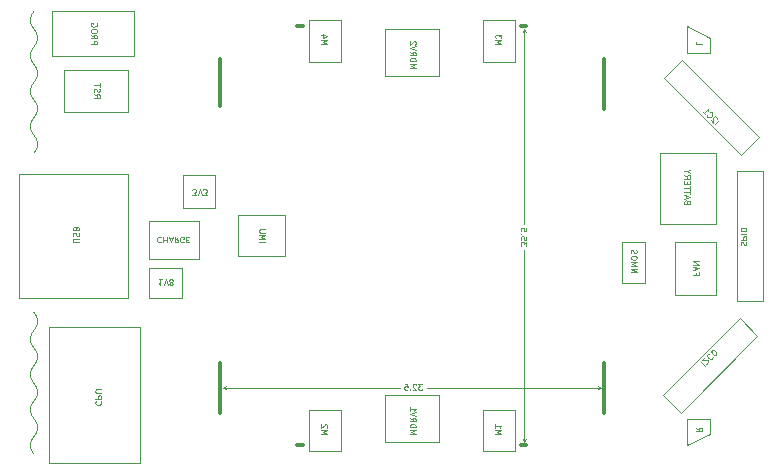
<source format=gbr>
%TF.GenerationSoftware,KiCad,Pcbnew,9.0.3*%
%TF.CreationDate,2025-07-23T20:32:43-05:00*%
%TF.ProjectId,MouseWB5,4d6f7573-6557-4423-952e-6b696361645f,rev?*%
%TF.SameCoordinates,Original*%
%TF.FileFunction,Legend,Bot*%
%TF.FilePolarity,Positive*%
%FSLAX46Y46*%
G04 Gerber Fmt 4.6, Leading zero omitted, Abs format (unit mm)*
G04 Created by KiCad (PCBNEW 9.0.3) date 2025-07-23 20:32:43*
%MOMM*%
%LPD*%
G01*
G04 APERTURE LIST*
%ADD10C,0.100000*%
%ADD11C,0.300000*%
%ADD12C,0.125000*%
G04 APERTURE END LIST*
D10*
X117500000Y-132875000D02*
X117750000Y-132750000D01*
X132500000Y-132875000D02*
X117500000Y-132875000D01*
X101500000Y-129500000D02*
G75*
G02*
X101500000Y-128000000I750000J750000D01*
G01*
X101500000Y-135500000D02*
G75*
G02*
X101500000Y-137000000I-750000J-750000D01*
G01*
X149500000Y-132875000D02*
X134750000Y-132875000D01*
X102750000Y-127750000D02*
X110500000Y-127750000D01*
X110500000Y-139250000D01*
X102750000Y-139250000D01*
X102750000Y-127750000D01*
D11*
X143125000Y-137750000D02*
X142750000Y-137750000D01*
D10*
X161000000Y-114500000D02*
X163250000Y-114500000D01*
X163250000Y-125500000D01*
X161000000Y-125500000D01*
X161000000Y-114500000D01*
D11*
X143187500Y-102250000D02*
X142750000Y-102250000D01*
X124250000Y-102250000D02*
X123750000Y-102250000D01*
D10*
X101500000Y-126500000D02*
G75*
G02*
X101500000Y-128000000I-750000J-750000D01*
G01*
X114112500Y-114875000D02*
X116862500Y-114875000D01*
X116862500Y-117625000D01*
X114112500Y-117625000D01*
X114112500Y-114875000D01*
X100250000Y-114750000D02*
X109500000Y-114750000D01*
X109500000Y-125250000D01*
X100250000Y-125250000D01*
X100250000Y-114750000D01*
X101500000Y-111500000D02*
G75*
G02*
X101500000Y-113000000I-750000J-750000D01*
G01*
X101500000Y-105500000D02*
G75*
G02*
X101500000Y-107000000I-750000J-750000D01*
G01*
X143000000Y-129500000D02*
X143000000Y-121250000D01*
X101500000Y-102500000D02*
G75*
G02*
X101500000Y-101000000I750000J750000D01*
G01*
D11*
X124250000Y-137750000D02*
X123750000Y-137750000D01*
D10*
X101500000Y-105500000D02*
G75*
G02*
X101500000Y-104000000I750000J750000D01*
G01*
D11*
X117250000Y-135000000D02*
X117250000Y-130750000D01*
D10*
X101500000Y-111500000D02*
G75*
G02*
X101500000Y-110000000I750000J750000D01*
G01*
X101500000Y-138500000D02*
G75*
G02*
X101500000Y-137000000I750000J750000D01*
G01*
X143125000Y-137250000D02*
X143000000Y-137500000D01*
X131250000Y-133500000D02*
X135750000Y-133500000D01*
X135750000Y-137500000D01*
X131250000Y-137500000D01*
X131250000Y-133500000D01*
X139500000Y-134750000D02*
X142250000Y-134750000D01*
X142250000Y-138250000D01*
X139500000Y-138250000D01*
X139500000Y-134750000D01*
D11*
X117250000Y-105000000D02*
X117250000Y-109000000D01*
D10*
X104000000Y-106000000D02*
X109500000Y-106000000D01*
X109500000Y-109500000D01*
X104000000Y-109500000D01*
X104000000Y-106000000D01*
X143000000Y-137500000D02*
X142875000Y-137250000D01*
X118750000Y-118250000D02*
X122750000Y-118250000D01*
X122750000Y-121750000D01*
X118750000Y-121750000D01*
X118750000Y-118250000D01*
X162750000Y-128500000D02*
X156250000Y-135000000D01*
X154750000Y-133500000D01*
X161250000Y-127000000D01*
X162750000Y-128500000D01*
X103000000Y-101000000D02*
X110000000Y-101000000D01*
X110000000Y-104750000D01*
X103000000Y-104750000D01*
X103000000Y-101000000D01*
X111250000Y-118750000D02*
X115500000Y-118750000D01*
X115500000Y-122000000D01*
X111250000Y-122000000D01*
X111250000Y-118750000D01*
D11*
X149750000Y-109250000D02*
X149750000Y-105000000D01*
D10*
X117750000Y-133000000D02*
X117500000Y-132875000D01*
X101500000Y-108500000D02*
G75*
G02*
X101500000Y-110000000I-750000J-750000D01*
G01*
X139500000Y-101750000D02*
X142250000Y-101750000D01*
X142250000Y-105250000D01*
X139500000Y-105250000D01*
X139500000Y-101750000D01*
X143000000Y-102500000D02*
X143125000Y-102750000D01*
X154500000Y-113000000D02*
X159250000Y-113000000D01*
X159250000Y-119000000D01*
X154500000Y-119000000D01*
X154500000Y-113000000D01*
X101500000Y-132500000D02*
G75*
G02*
X101500000Y-131000000I750000J750000D01*
G01*
X143000000Y-137500000D02*
X143000000Y-129500000D01*
X143000000Y-112750000D02*
X143000000Y-102500000D01*
X131250000Y-102500000D02*
X135750000Y-102500000D01*
X135750000Y-106500000D01*
X131250000Y-106500000D01*
X131250000Y-102500000D01*
X101500000Y-132500000D02*
G75*
G02*
X101500000Y-134000000I-750000J-750000D01*
G01*
X101500000Y-108500000D02*
G75*
G02*
X101500000Y-107000000I750000J750000D01*
G01*
X142875000Y-102750000D02*
X143000000Y-102500000D01*
X101500000Y-129500000D02*
G75*
G02*
X101500000Y-131000000I-750000J-750000D01*
G01*
X143000000Y-119000000D02*
X143000000Y-112625000D01*
D11*
X149750000Y-135000000D02*
X149750000Y-130750000D01*
D10*
X124750000Y-134750000D02*
X127500000Y-134750000D01*
X127500000Y-138250000D01*
X124750000Y-138250000D01*
X124750000Y-134750000D01*
X101500000Y-102500000D02*
G75*
G02*
X101500000Y-104000000I-750000J-750000D01*
G01*
X158750000Y-103250000D02*
X158750000Y-104500000D01*
X156750000Y-104500000D01*
X156750000Y-102250000D01*
X158750000Y-103250000D01*
X124750000Y-101750000D02*
X127500000Y-101750000D01*
X127500000Y-105250000D01*
X124750000Y-105250000D01*
X124750000Y-101750000D01*
X151287300Y-120500000D02*
X153212700Y-120500000D01*
X153212700Y-124000000D01*
X151287300Y-124000000D01*
X151287300Y-120500000D01*
X101500000Y-135500000D02*
G75*
G02*
X101500000Y-134000000I750000J750000D01*
G01*
X149500000Y-132875000D02*
X149250000Y-133000000D01*
X158750000Y-136750000D02*
X156750000Y-137750000D01*
X156750000Y-135500000D01*
X158750000Y-135500000D01*
X158750000Y-136750000D01*
X162875000Y-111625000D02*
X161375000Y-113125000D01*
X154875000Y-106625000D01*
X156375000Y-105125000D01*
X162875000Y-111625000D01*
X111250000Y-122750000D02*
X114000000Y-122750000D01*
X114000000Y-125250000D01*
X111250000Y-125250000D01*
X111250000Y-122750000D01*
X149250000Y-132750000D02*
X149500000Y-132875000D01*
X155750000Y-120500000D02*
X159250000Y-120500000D01*
X159250000Y-125000000D01*
X155750000Y-125000000D01*
X155750000Y-120500000D01*
D12*
X106317690Y-103798716D02*
X106817690Y-103798716D01*
X106817690Y-103798716D02*
X106817690Y-103608240D01*
X106817690Y-103608240D02*
X106793880Y-103560621D01*
X106793880Y-103560621D02*
X106770071Y-103536811D01*
X106770071Y-103536811D02*
X106722452Y-103513002D01*
X106722452Y-103513002D02*
X106651023Y-103513002D01*
X106651023Y-103513002D02*
X106603404Y-103536811D01*
X106603404Y-103536811D02*
X106579595Y-103560621D01*
X106579595Y-103560621D02*
X106555785Y-103608240D01*
X106555785Y-103608240D02*
X106555785Y-103798716D01*
X106317690Y-103013002D02*
X106555785Y-103179668D01*
X106317690Y-103298716D02*
X106817690Y-103298716D01*
X106817690Y-103298716D02*
X106817690Y-103108240D01*
X106817690Y-103108240D02*
X106793880Y-103060621D01*
X106793880Y-103060621D02*
X106770071Y-103036811D01*
X106770071Y-103036811D02*
X106722452Y-103013002D01*
X106722452Y-103013002D02*
X106651023Y-103013002D01*
X106651023Y-103013002D02*
X106603404Y-103036811D01*
X106603404Y-103036811D02*
X106579595Y-103060621D01*
X106579595Y-103060621D02*
X106555785Y-103108240D01*
X106555785Y-103108240D02*
X106555785Y-103298716D01*
X106817690Y-102703478D02*
X106817690Y-102608240D01*
X106817690Y-102608240D02*
X106793880Y-102560621D01*
X106793880Y-102560621D02*
X106746261Y-102513002D01*
X106746261Y-102513002D02*
X106651023Y-102489192D01*
X106651023Y-102489192D02*
X106484357Y-102489192D01*
X106484357Y-102489192D02*
X106389119Y-102513002D01*
X106389119Y-102513002D02*
X106341500Y-102560621D01*
X106341500Y-102560621D02*
X106317690Y-102608240D01*
X106317690Y-102608240D02*
X106317690Y-102703478D01*
X106317690Y-102703478D02*
X106341500Y-102751097D01*
X106341500Y-102751097D02*
X106389119Y-102798716D01*
X106389119Y-102798716D02*
X106484357Y-102822525D01*
X106484357Y-102822525D02*
X106651023Y-102822525D01*
X106651023Y-102822525D02*
X106746261Y-102798716D01*
X106746261Y-102798716D02*
X106793880Y-102751097D01*
X106793880Y-102751097D02*
X106817690Y-102703478D01*
X106793880Y-102013001D02*
X106817690Y-102060620D01*
X106817690Y-102060620D02*
X106817690Y-102132049D01*
X106817690Y-102132049D02*
X106793880Y-102203477D01*
X106793880Y-102203477D02*
X106746261Y-102251096D01*
X106746261Y-102251096D02*
X106698642Y-102274906D01*
X106698642Y-102274906D02*
X106603404Y-102298715D01*
X106603404Y-102298715D02*
X106531976Y-102298715D01*
X106531976Y-102298715D02*
X106436738Y-102274906D01*
X106436738Y-102274906D02*
X106389119Y-102251096D01*
X106389119Y-102251096D02*
X106341500Y-102203477D01*
X106341500Y-102203477D02*
X106317690Y-102132049D01*
X106317690Y-102132049D02*
X106317690Y-102084430D01*
X106317690Y-102084430D02*
X106341500Y-102013001D01*
X106341500Y-102013001D02*
X106365309Y-101989192D01*
X106365309Y-101989192D02*
X106531976Y-101989192D01*
X106531976Y-101989192D02*
X106531976Y-102084430D01*
X157567690Y-136263002D02*
X157805785Y-136429668D01*
X157567690Y-136548716D02*
X158067690Y-136548716D01*
X158067690Y-136548716D02*
X158067690Y-136358240D01*
X158067690Y-136358240D02*
X158043880Y-136310621D01*
X158043880Y-136310621D02*
X158020071Y-136286811D01*
X158020071Y-136286811D02*
X157972452Y-136263002D01*
X157972452Y-136263002D02*
X157901023Y-136263002D01*
X157901023Y-136263002D02*
X157853404Y-136286811D01*
X157853404Y-136286811D02*
X157829595Y-136310621D01*
X157829595Y-136310621D02*
X157805785Y-136358240D01*
X157805785Y-136358240D02*
X157805785Y-136548716D01*
X152017690Y-123098716D02*
X152517690Y-123098716D01*
X152517690Y-123098716D02*
X152017690Y-122813002D01*
X152017690Y-122813002D02*
X152517690Y-122813002D01*
X152017690Y-122574906D02*
X152517690Y-122574906D01*
X152517690Y-122574906D02*
X152160547Y-122408239D01*
X152160547Y-122408239D02*
X152517690Y-122241573D01*
X152517690Y-122241573D02*
X152017690Y-122241573D01*
X152517690Y-121908239D02*
X152517690Y-121813001D01*
X152517690Y-121813001D02*
X152493880Y-121765382D01*
X152493880Y-121765382D02*
X152446261Y-121717763D01*
X152446261Y-121717763D02*
X152351023Y-121693953D01*
X152351023Y-121693953D02*
X152184357Y-121693953D01*
X152184357Y-121693953D02*
X152089119Y-121717763D01*
X152089119Y-121717763D02*
X152041500Y-121765382D01*
X152041500Y-121765382D02*
X152017690Y-121813001D01*
X152017690Y-121813001D02*
X152017690Y-121908239D01*
X152017690Y-121908239D02*
X152041500Y-121955858D01*
X152041500Y-121955858D02*
X152089119Y-122003477D01*
X152089119Y-122003477D02*
X152184357Y-122027286D01*
X152184357Y-122027286D02*
X152351023Y-122027286D01*
X152351023Y-122027286D02*
X152446261Y-122003477D01*
X152446261Y-122003477D02*
X152493880Y-121955858D01*
X152493880Y-121955858D02*
X152517690Y-121908239D01*
X152041500Y-121503476D02*
X152017690Y-121432048D01*
X152017690Y-121432048D02*
X152017690Y-121313000D01*
X152017690Y-121313000D02*
X152041500Y-121265381D01*
X152041500Y-121265381D02*
X152065309Y-121241572D01*
X152065309Y-121241572D02*
X152112928Y-121217762D01*
X152112928Y-121217762D02*
X152160547Y-121217762D01*
X152160547Y-121217762D02*
X152208166Y-121241572D01*
X152208166Y-121241572D02*
X152231976Y-121265381D01*
X152231976Y-121265381D02*
X152255785Y-121313000D01*
X152255785Y-121313000D02*
X152279595Y-121408238D01*
X152279595Y-121408238D02*
X152303404Y-121455857D01*
X152303404Y-121455857D02*
X152327214Y-121479667D01*
X152327214Y-121479667D02*
X152374833Y-121503476D01*
X152374833Y-121503476D02*
X152422452Y-121503476D01*
X152422452Y-121503476D02*
X152470071Y-121479667D01*
X152470071Y-121479667D02*
X152493880Y-121455857D01*
X152493880Y-121455857D02*
X152517690Y-121408238D01*
X152517690Y-121408238D02*
X152517690Y-121289191D01*
X152517690Y-121289191D02*
X152493880Y-121217762D01*
X157940193Y-130655535D02*
X158293746Y-131009088D01*
X158411597Y-130823894D02*
X158445269Y-130823894D01*
X158445269Y-130823894D02*
X158495777Y-130807058D01*
X158495777Y-130807058D02*
X158579956Y-130722879D01*
X158579956Y-130722879D02*
X158596792Y-130672371D01*
X158596792Y-130672371D02*
X158596792Y-130638699D01*
X158596792Y-130638699D02*
X158579956Y-130588192D01*
X158579956Y-130588192D02*
X158546284Y-130554520D01*
X158546284Y-130554520D02*
X158478941Y-130520848D01*
X158478941Y-130520848D02*
X158074880Y-130520848D01*
X158074880Y-130520848D02*
X158293746Y-130301982D01*
X158680971Y-129982100D02*
X158647299Y-129982100D01*
X158647299Y-129982100D02*
X158579956Y-130015772D01*
X158579956Y-130015772D02*
X158546284Y-130049444D01*
X158546284Y-130049444D02*
X158512612Y-130116787D01*
X158512612Y-130116787D02*
X158512612Y-130184131D01*
X158512612Y-130184131D02*
X158529448Y-130234638D01*
X158529448Y-130234638D02*
X158579956Y-130318818D01*
X158579956Y-130318818D02*
X158630463Y-130369326D01*
X158630463Y-130369326D02*
X158714643Y-130419833D01*
X158714643Y-130419833D02*
X158765150Y-130436669D01*
X158765150Y-130436669D02*
X158832494Y-130436669D01*
X158832494Y-130436669D02*
X158899837Y-130402997D01*
X158899837Y-130402997D02*
X158933509Y-130369326D01*
X158933509Y-130369326D02*
X158967181Y-130301982D01*
X158967181Y-130301982D02*
X158967181Y-130268310D01*
X159219719Y-130083116D02*
X159253391Y-130049444D01*
X159253391Y-130049444D02*
X159270227Y-129998936D01*
X159270227Y-129998936D02*
X159270227Y-129965264D01*
X159270227Y-129965264D02*
X159253391Y-129914757D01*
X159253391Y-129914757D02*
X159202883Y-129830577D01*
X159202883Y-129830577D02*
X159118704Y-129746398D01*
X159118704Y-129746398D02*
X159034524Y-129695890D01*
X159034524Y-129695890D02*
X158984017Y-129679055D01*
X158984017Y-129679055D02*
X158950345Y-129679055D01*
X158950345Y-129679055D02*
X158899837Y-129695890D01*
X158899837Y-129695890D02*
X158866166Y-129729562D01*
X158866166Y-129729562D02*
X158849330Y-129780070D01*
X158849330Y-129780070D02*
X158849330Y-129813742D01*
X158849330Y-129813742D02*
X158866166Y-129864249D01*
X158866166Y-129864249D02*
X158916673Y-129948429D01*
X158916673Y-129948429D02*
X159000853Y-130032608D01*
X159000853Y-130032608D02*
X159085032Y-130083116D01*
X159085032Y-130083116D02*
X159135540Y-130099951D01*
X159135540Y-130099951D02*
X159169211Y-130099951D01*
X159169211Y-130099951D02*
X159219719Y-130083116D01*
X112236997Y-120115309D02*
X112213188Y-120091500D01*
X112213188Y-120091500D02*
X112141759Y-120067690D01*
X112141759Y-120067690D02*
X112094140Y-120067690D01*
X112094140Y-120067690D02*
X112022712Y-120091500D01*
X112022712Y-120091500D02*
X111975093Y-120139119D01*
X111975093Y-120139119D02*
X111951283Y-120186738D01*
X111951283Y-120186738D02*
X111927474Y-120281976D01*
X111927474Y-120281976D02*
X111927474Y-120353404D01*
X111927474Y-120353404D02*
X111951283Y-120448642D01*
X111951283Y-120448642D02*
X111975093Y-120496261D01*
X111975093Y-120496261D02*
X112022712Y-120543880D01*
X112022712Y-120543880D02*
X112094140Y-120567690D01*
X112094140Y-120567690D02*
X112141759Y-120567690D01*
X112141759Y-120567690D02*
X112213188Y-120543880D01*
X112213188Y-120543880D02*
X112236997Y-120520071D01*
X112451283Y-120067690D02*
X112451283Y-120567690D01*
X112451283Y-120329595D02*
X112736997Y-120329595D01*
X112736997Y-120067690D02*
X112736997Y-120567690D01*
X112951284Y-120210547D02*
X113189379Y-120210547D01*
X112903665Y-120067690D02*
X113070331Y-120567690D01*
X113070331Y-120567690D02*
X113236998Y-120067690D01*
X113689378Y-120067690D02*
X113522712Y-120305785D01*
X113403664Y-120067690D02*
X113403664Y-120567690D01*
X113403664Y-120567690D02*
X113594140Y-120567690D01*
X113594140Y-120567690D02*
X113641759Y-120543880D01*
X113641759Y-120543880D02*
X113665569Y-120520071D01*
X113665569Y-120520071D02*
X113689378Y-120472452D01*
X113689378Y-120472452D02*
X113689378Y-120401023D01*
X113689378Y-120401023D02*
X113665569Y-120353404D01*
X113665569Y-120353404D02*
X113641759Y-120329595D01*
X113641759Y-120329595D02*
X113594140Y-120305785D01*
X113594140Y-120305785D02*
X113403664Y-120305785D01*
X114165569Y-120543880D02*
X114117950Y-120567690D01*
X114117950Y-120567690D02*
X114046521Y-120567690D01*
X114046521Y-120567690D02*
X113975093Y-120543880D01*
X113975093Y-120543880D02*
X113927474Y-120496261D01*
X113927474Y-120496261D02*
X113903664Y-120448642D01*
X113903664Y-120448642D02*
X113879855Y-120353404D01*
X113879855Y-120353404D02*
X113879855Y-120281976D01*
X113879855Y-120281976D02*
X113903664Y-120186738D01*
X113903664Y-120186738D02*
X113927474Y-120139119D01*
X113927474Y-120139119D02*
X113975093Y-120091500D01*
X113975093Y-120091500D02*
X114046521Y-120067690D01*
X114046521Y-120067690D02*
X114094140Y-120067690D01*
X114094140Y-120067690D02*
X114165569Y-120091500D01*
X114165569Y-120091500D02*
X114189378Y-120115309D01*
X114189378Y-120115309D02*
X114189378Y-120281976D01*
X114189378Y-120281976D02*
X114094140Y-120281976D01*
X114403664Y-120329595D02*
X114570331Y-120329595D01*
X114641759Y-120067690D02*
X114403664Y-120067690D01*
X114403664Y-120067690D02*
X114403664Y-120567690D01*
X114403664Y-120567690D02*
X114641759Y-120567690D01*
X105317690Y-120548716D02*
X104912928Y-120548716D01*
X104912928Y-120548716D02*
X104865309Y-120524906D01*
X104865309Y-120524906D02*
X104841500Y-120501097D01*
X104841500Y-120501097D02*
X104817690Y-120453478D01*
X104817690Y-120453478D02*
X104817690Y-120358240D01*
X104817690Y-120358240D02*
X104841500Y-120310621D01*
X104841500Y-120310621D02*
X104865309Y-120286811D01*
X104865309Y-120286811D02*
X104912928Y-120263002D01*
X104912928Y-120263002D02*
X105317690Y-120263002D01*
X104841500Y-120048715D02*
X104817690Y-119977287D01*
X104817690Y-119977287D02*
X104817690Y-119858239D01*
X104817690Y-119858239D02*
X104841500Y-119810620D01*
X104841500Y-119810620D02*
X104865309Y-119786811D01*
X104865309Y-119786811D02*
X104912928Y-119763001D01*
X104912928Y-119763001D02*
X104960547Y-119763001D01*
X104960547Y-119763001D02*
X105008166Y-119786811D01*
X105008166Y-119786811D02*
X105031976Y-119810620D01*
X105031976Y-119810620D02*
X105055785Y-119858239D01*
X105055785Y-119858239D02*
X105079595Y-119953477D01*
X105079595Y-119953477D02*
X105103404Y-120001096D01*
X105103404Y-120001096D02*
X105127214Y-120024906D01*
X105127214Y-120024906D02*
X105174833Y-120048715D01*
X105174833Y-120048715D02*
X105222452Y-120048715D01*
X105222452Y-120048715D02*
X105270071Y-120024906D01*
X105270071Y-120024906D02*
X105293880Y-120001096D01*
X105293880Y-120001096D02*
X105317690Y-119953477D01*
X105317690Y-119953477D02*
X105317690Y-119834430D01*
X105317690Y-119834430D02*
X105293880Y-119763001D01*
X105079595Y-119382049D02*
X105055785Y-119310621D01*
X105055785Y-119310621D02*
X105031976Y-119286811D01*
X105031976Y-119286811D02*
X104984357Y-119263002D01*
X104984357Y-119263002D02*
X104912928Y-119263002D01*
X104912928Y-119263002D02*
X104865309Y-119286811D01*
X104865309Y-119286811D02*
X104841500Y-119310621D01*
X104841500Y-119310621D02*
X104817690Y-119358240D01*
X104817690Y-119358240D02*
X104817690Y-119548716D01*
X104817690Y-119548716D02*
X105317690Y-119548716D01*
X105317690Y-119548716D02*
X105317690Y-119382049D01*
X105317690Y-119382049D02*
X105293880Y-119334430D01*
X105293880Y-119334430D02*
X105270071Y-119310621D01*
X105270071Y-119310621D02*
X105222452Y-119286811D01*
X105222452Y-119286811D02*
X105174833Y-119286811D01*
X105174833Y-119286811D02*
X105127214Y-119310621D01*
X105127214Y-119310621D02*
X105103404Y-119334430D01*
X105103404Y-119334430D02*
X105079595Y-119382049D01*
X105079595Y-119382049D02*
X105079595Y-119548716D01*
X106567690Y-108013002D02*
X106805785Y-108179668D01*
X106567690Y-108298716D02*
X107067690Y-108298716D01*
X107067690Y-108298716D02*
X107067690Y-108108240D01*
X107067690Y-108108240D02*
X107043880Y-108060621D01*
X107043880Y-108060621D02*
X107020071Y-108036811D01*
X107020071Y-108036811D02*
X106972452Y-108013002D01*
X106972452Y-108013002D02*
X106901023Y-108013002D01*
X106901023Y-108013002D02*
X106853404Y-108036811D01*
X106853404Y-108036811D02*
X106829595Y-108060621D01*
X106829595Y-108060621D02*
X106805785Y-108108240D01*
X106805785Y-108108240D02*
X106805785Y-108298716D01*
X106591500Y-107822525D02*
X106567690Y-107751097D01*
X106567690Y-107751097D02*
X106567690Y-107632049D01*
X106567690Y-107632049D02*
X106591500Y-107584430D01*
X106591500Y-107584430D02*
X106615309Y-107560621D01*
X106615309Y-107560621D02*
X106662928Y-107536811D01*
X106662928Y-107536811D02*
X106710547Y-107536811D01*
X106710547Y-107536811D02*
X106758166Y-107560621D01*
X106758166Y-107560621D02*
X106781976Y-107584430D01*
X106781976Y-107584430D02*
X106805785Y-107632049D01*
X106805785Y-107632049D02*
X106829595Y-107727287D01*
X106829595Y-107727287D02*
X106853404Y-107774906D01*
X106853404Y-107774906D02*
X106877214Y-107798716D01*
X106877214Y-107798716D02*
X106924833Y-107822525D01*
X106924833Y-107822525D02*
X106972452Y-107822525D01*
X106972452Y-107822525D02*
X107020071Y-107798716D01*
X107020071Y-107798716D02*
X107043880Y-107774906D01*
X107043880Y-107774906D02*
X107067690Y-107727287D01*
X107067690Y-107727287D02*
X107067690Y-107608240D01*
X107067690Y-107608240D02*
X107043880Y-107536811D01*
X107067690Y-107393954D02*
X107067690Y-107108240D01*
X106567690Y-107251097D02*
X107067690Y-107251097D01*
X114903664Y-116542690D02*
X115213188Y-116542690D01*
X115213188Y-116542690D02*
X115046521Y-116352214D01*
X115046521Y-116352214D02*
X115117950Y-116352214D01*
X115117950Y-116352214D02*
X115165569Y-116328404D01*
X115165569Y-116328404D02*
X115189378Y-116304595D01*
X115189378Y-116304595D02*
X115213188Y-116256976D01*
X115213188Y-116256976D02*
X115213188Y-116137928D01*
X115213188Y-116137928D02*
X115189378Y-116090309D01*
X115189378Y-116090309D02*
X115165569Y-116066500D01*
X115165569Y-116066500D02*
X115117950Y-116042690D01*
X115117950Y-116042690D02*
X114975093Y-116042690D01*
X114975093Y-116042690D02*
X114927474Y-116066500D01*
X114927474Y-116066500D02*
X114903664Y-116090309D01*
X115356045Y-116542690D02*
X115522711Y-116042690D01*
X115522711Y-116042690D02*
X115689378Y-116542690D01*
X115808425Y-116542690D02*
X116117949Y-116542690D01*
X116117949Y-116542690D02*
X115951282Y-116352214D01*
X115951282Y-116352214D02*
X116022711Y-116352214D01*
X116022711Y-116352214D02*
X116070330Y-116328404D01*
X116070330Y-116328404D02*
X116094139Y-116304595D01*
X116094139Y-116304595D02*
X116117949Y-116256976D01*
X116117949Y-116256976D02*
X116117949Y-116137928D01*
X116117949Y-116137928D02*
X116094139Y-116090309D01*
X116094139Y-116090309D02*
X116070330Y-116066500D01*
X116070330Y-116066500D02*
X116022711Y-116042690D01*
X116022711Y-116042690D02*
X115879854Y-116042690D01*
X115879854Y-116042690D02*
X115832235Y-116066500D01*
X115832235Y-116066500D02*
X115808425Y-116090309D01*
X140567690Y-136798716D02*
X141067690Y-136798716D01*
X141067690Y-136798716D02*
X140710547Y-136632049D01*
X140710547Y-136632049D02*
X141067690Y-136465383D01*
X141067690Y-136465383D02*
X140567690Y-136465383D01*
X140567690Y-135965382D02*
X140567690Y-136251096D01*
X140567690Y-136108239D02*
X141067690Y-136108239D01*
X141067690Y-136108239D02*
X140996261Y-136155858D01*
X140996261Y-136155858D02*
X140948642Y-136203477D01*
X140948642Y-136203477D02*
X140924833Y-136251096D01*
X143192690Y-120846335D02*
X143192690Y-120536811D01*
X143192690Y-120536811D02*
X143002214Y-120703478D01*
X143002214Y-120703478D02*
X143002214Y-120632049D01*
X143002214Y-120632049D02*
X142978404Y-120584430D01*
X142978404Y-120584430D02*
X142954595Y-120560621D01*
X142954595Y-120560621D02*
X142906976Y-120536811D01*
X142906976Y-120536811D02*
X142787928Y-120536811D01*
X142787928Y-120536811D02*
X142740309Y-120560621D01*
X142740309Y-120560621D02*
X142716500Y-120584430D01*
X142716500Y-120584430D02*
X142692690Y-120632049D01*
X142692690Y-120632049D02*
X142692690Y-120774906D01*
X142692690Y-120774906D02*
X142716500Y-120822525D01*
X142716500Y-120822525D02*
X142740309Y-120846335D01*
X143192690Y-120084431D02*
X143192690Y-120322526D01*
X143192690Y-120322526D02*
X142954595Y-120346335D01*
X142954595Y-120346335D02*
X142978404Y-120322526D01*
X142978404Y-120322526D02*
X143002214Y-120274907D01*
X143002214Y-120274907D02*
X143002214Y-120155859D01*
X143002214Y-120155859D02*
X142978404Y-120108240D01*
X142978404Y-120108240D02*
X142954595Y-120084431D01*
X142954595Y-120084431D02*
X142906976Y-120060621D01*
X142906976Y-120060621D02*
X142787928Y-120060621D01*
X142787928Y-120060621D02*
X142740309Y-120084431D01*
X142740309Y-120084431D02*
X142716500Y-120108240D01*
X142716500Y-120108240D02*
X142692690Y-120155859D01*
X142692690Y-120155859D02*
X142692690Y-120274907D01*
X142692690Y-120274907D02*
X142716500Y-120322526D01*
X142716500Y-120322526D02*
X142740309Y-120346335D01*
X142740309Y-119846336D02*
X142716500Y-119822526D01*
X142716500Y-119822526D02*
X142692690Y-119846336D01*
X142692690Y-119846336D02*
X142716500Y-119870145D01*
X142716500Y-119870145D02*
X142740309Y-119846336D01*
X142740309Y-119846336D02*
X142692690Y-119846336D01*
X143192690Y-119370146D02*
X143192690Y-119608241D01*
X143192690Y-119608241D02*
X142954595Y-119632050D01*
X142954595Y-119632050D02*
X142978404Y-119608241D01*
X142978404Y-119608241D02*
X143002214Y-119560622D01*
X143002214Y-119560622D02*
X143002214Y-119441574D01*
X143002214Y-119441574D02*
X142978404Y-119393955D01*
X142978404Y-119393955D02*
X142954595Y-119370146D01*
X142954595Y-119370146D02*
X142906976Y-119346336D01*
X142906976Y-119346336D02*
X142787928Y-119346336D01*
X142787928Y-119346336D02*
X142740309Y-119370146D01*
X142740309Y-119370146D02*
X142716500Y-119393955D01*
X142716500Y-119393955D02*
X142692690Y-119441574D01*
X142692690Y-119441574D02*
X142692690Y-119560622D01*
X142692690Y-119560622D02*
X142716500Y-119608241D01*
X142716500Y-119608241D02*
X142740309Y-119632050D01*
X157579595Y-123132049D02*
X157579595Y-123298716D01*
X157317690Y-123298716D02*
X157817690Y-123298716D01*
X157817690Y-123298716D02*
X157817690Y-123060621D01*
X157460547Y-122893954D02*
X157460547Y-122655859D01*
X157317690Y-122941573D02*
X157817690Y-122774907D01*
X157817690Y-122774907D02*
X157317690Y-122608240D01*
X157317690Y-122441574D02*
X157817690Y-122441574D01*
X157817690Y-122441574D02*
X157317690Y-122155860D01*
X157317690Y-122155860D02*
X157817690Y-122155860D01*
X140567690Y-103798716D02*
X141067690Y-103798716D01*
X141067690Y-103798716D02*
X140710547Y-103632049D01*
X140710547Y-103632049D02*
X141067690Y-103465383D01*
X141067690Y-103465383D02*
X140567690Y-103465383D01*
X141067690Y-103274906D02*
X141067690Y-102965382D01*
X141067690Y-102965382D02*
X140877214Y-103132049D01*
X140877214Y-103132049D02*
X140877214Y-103060620D01*
X140877214Y-103060620D02*
X140853404Y-103013001D01*
X140853404Y-103013001D02*
X140829595Y-102989192D01*
X140829595Y-102989192D02*
X140781976Y-102965382D01*
X140781976Y-102965382D02*
X140662928Y-102965382D01*
X140662928Y-102965382D02*
X140615309Y-102989192D01*
X140615309Y-102989192D02*
X140591500Y-103013001D01*
X140591500Y-103013001D02*
X140567690Y-103060620D01*
X140567690Y-103060620D02*
X140567690Y-103203477D01*
X140567690Y-103203477D02*
X140591500Y-103251096D01*
X140591500Y-103251096D02*
X140615309Y-103274906D01*
X134346335Y-132557309D02*
X134036811Y-132557309D01*
X134036811Y-132557309D02*
X134203478Y-132747785D01*
X134203478Y-132747785D02*
X134132049Y-132747785D01*
X134132049Y-132747785D02*
X134084430Y-132771595D01*
X134084430Y-132771595D02*
X134060621Y-132795404D01*
X134060621Y-132795404D02*
X134036811Y-132843023D01*
X134036811Y-132843023D02*
X134036811Y-132962071D01*
X134036811Y-132962071D02*
X134060621Y-133009690D01*
X134060621Y-133009690D02*
X134084430Y-133033500D01*
X134084430Y-133033500D02*
X134132049Y-133057309D01*
X134132049Y-133057309D02*
X134274906Y-133057309D01*
X134274906Y-133057309D02*
X134322525Y-133033500D01*
X134322525Y-133033500D02*
X134346335Y-133009690D01*
X133846335Y-132604928D02*
X133822526Y-132581119D01*
X133822526Y-132581119D02*
X133774907Y-132557309D01*
X133774907Y-132557309D02*
X133655859Y-132557309D01*
X133655859Y-132557309D02*
X133608240Y-132581119D01*
X133608240Y-132581119D02*
X133584431Y-132604928D01*
X133584431Y-132604928D02*
X133560621Y-132652547D01*
X133560621Y-132652547D02*
X133560621Y-132700166D01*
X133560621Y-132700166D02*
X133584431Y-132771595D01*
X133584431Y-132771595D02*
X133870145Y-133057309D01*
X133870145Y-133057309D02*
X133560621Y-133057309D01*
X133346336Y-133009690D02*
X133322526Y-133033500D01*
X133322526Y-133033500D02*
X133346336Y-133057309D01*
X133346336Y-133057309D02*
X133370145Y-133033500D01*
X133370145Y-133033500D02*
X133346336Y-133009690D01*
X133346336Y-133009690D02*
X133346336Y-133057309D01*
X132870146Y-132557309D02*
X133108241Y-132557309D01*
X133108241Y-132557309D02*
X133132050Y-132795404D01*
X133132050Y-132795404D02*
X133108241Y-132771595D01*
X133108241Y-132771595D02*
X133060622Y-132747785D01*
X133060622Y-132747785D02*
X132941574Y-132747785D01*
X132941574Y-132747785D02*
X132893955Y-132771595D01*
X132893955Y-132771595D02*
X132870146Y-132795404D01*
X132870146Y-132795404D02*
X132846336Y-132843023D01*
X132846336Y-132843023D02*
X132846336Y-132962071D01*
X132846336Y-132962071D02*
X132870146Y-133009690D01*
X132870146Y-133009690D02*
X132893955Y-133033500D01*
X132893955Y-133033500D02*
X132941574Y-133057309D01*
X132941574Y-133057309D02*
X133060622Y-133057309D01*
X133060622Y-133057309D02*
X133108241Y-133033500D01*
X133108241Y-133033500D02*
X133132050Y-133009690D01*
X133317690Y-105798716D02*
X133817690Y-105798716D01*
X133817690Y-105798716D02*
X133460547Y-105632049D01*
X133460547Y-105632049D02*
X133817690Y-105465383D01*
X133817690Y-105465383D02*
X133317690Y-105465383D01*
X133317690Y-105227287D02*
X133817690Y-105227287D01*
X133817690Y-105227287D02*
X133817690Y-105108239D01*
X133817690Y-105108239D02*
X133793880Y-105036811D01*
X133793880Y-105036811D02*
X133746261Y-104989192D01*
X133746261Y-104989192D02*
X133698642Y-104965382D01*
X133698642Y-104965382D02*
X133603404Y-104941573D01*
X133603404Y-104941573D02*
X133531976Y-104941573D01*
X133531976Y-104941573D02*
X133436738Y-104965382D01*
X133436738Y-104965382D02*
X133389119Y-104989192D01*
X133389119Y-104989192D02*
X133341500Y-105036811D01*
X133341500Y-105036811D02*
X133317690Y-105108239D01*
X133317690Y-105108239D02*
X133317690Y-105227287D01*
X133317690Y-104441573D02*
X133555785Y-104608239D01*
X133317690Y-104727287D02*
X133817690Y-104727287D01*
X133817690Y-104727287D02*
X133817690Y-104536811D01*
X133817690Y-104536811D02*
X133793880Y-104489192D01*
X133793880Y-104489192D02*
X133770071Y-104465382D01*
X133770071Y-104465382D02*
X133722452Y-104441573D01*
X133722452Y-104441573D02*
X133651023Y-104441573D01*
X133651023Y-104441573D02*
X133603404Y-104465382D01*
X133603404Y-104465382D02*
X133579595Y-104489192D01*
X133579595Y-104489192D02*
X133555785Y-104536811D01*
X133555785Y-104536811D02*
X133555785Y-104727287D01*
X133817690Y-104298715D02*
X133317690Y-104132049D01*
X133317690Y-104132049D02*
X133817690Y-103965382D01*
X133770071Y-103822525D02*
X133793880Y-103798716D01*
X133793880Y-103798716D02*
X133817690Y-103751097D01*
X133817690Y-103751097D02*
X133817690Y-103632049D01*
X133817690Y-103632049D02*
X133793880Y-103584430D01*
X133793880Y-103584430D02*
X133770071Y-103560621D01*
X133770071Y-103560621D02*
X133722452Y-103536811D01*
X133722452Y-103536811D02*
X133674833Y-103536811D01*
X133674833Y-103536811D02*
X133603404Y-103560621D01*
X133603404Y-103560621D02*
X133317690Y-103846335D01*
X133317690Y-103846335D02*
X133317690Y-103536811D01*
X125817690Y-103798716D02*
X126317690Y-103798716D01*
X126317690Y-103798716D02*
X125960547Y-103632049D01*
X125960547Y-103632049D02*
X126317690Y-103465383D01*
X126317690Y-103465383D02*
X125817690Y-103465383D01*
X126151023Y-103013001D02*
X125817690Y-103013001D01*
X126341500Y-103132049D02*
X125984357Y-103251096D01*
X125984357Y-103251096D02*
X125984357Y-102941573D01*
X157567690Y-103560621D02*
X157567690Y-103798716D01*
X157567690Y-103798716D02*
X158067690Y-103798716D01*
X161341500Y-120822525D02*
X161317690Y-120751097D01*
X161317690Y-120751097D02*
X161317690Y-120632049D01*
X161317690Y-120632049D02*
X161341500Y-120584430D01*
X161341500Y-120584430D02*
X161365309Y-120560621D01*
X161365309Y-120560621D02*
X161412928Y-120536811D01*
X161412928Y-120536811D02*
X161460547Y-120536811D01*
X161460547Y-120536811D02*
X161508166Y-120560621D01*
X161508166Y-120560621D02*
X161531976Y-120584430D01*
X161531976Y-120584430D02*
X161555785Y-120632049D01*
X161555785Y-120632049D02*
X161579595Y-120727287D01*
X161579595Y-120727287D02*
X161603404Y-120774906D01*
X161603404Y-120774906D02*
X161627214Y-120798716D01*
X161627214Y-120798716D02*
X161674833Y-120822525D01*
X161674833Y-120822525D02*
X161722452Y-120822525D01*
X161722452Y-120822525D02*
X161770071Y-120798716D01*
X161770071Y-120798716D02*
X161793880Y-120774906D01*
X161793880Y-120774906D02*
X161817690Y-120727287D01*
X161817690Y-120727287D02*
X161817690Y-120608240D01*
X161817690Y-120608240D02*
X161793880Y-120536811D01*
X161317690Y-120322526D02*
X161817690Y-120322526D01*
X161817690Y-120322526D02*
X161817690Y-120132050D01*
X161817690Y-120132050D02*
X161793880Y-120084431D01*
X161793880Y-120084431D02*
X161770071Y-120060621D01*
X161770071Y-120060621D02*
X161722452Y-120036812D01*
X161722452Y-120036812D02*
X161651023Y-120036812D01*
X161651023Y-120036812D02*
X161603404Y-120060621D01*
X161603404Y-120060621D02*
X161579595Y-120084431D01*
X161579595Y-120084431D02*
X161555785Y-120132050D01*
X161555785Y-120132050D02*
X161555785Y-120322526D01*
X161317690Y-119822526D02*
X161817690Y-119822526D01*
X161817690Y-119489193D02*
X161817690Y-119441574D01*
X161817690Y-119441574D02*
X161793880Y-119393955D01*
X161793880Y-119393955D02*
X161770071Y-119370145D01*
X161770071Y-119370145D02*
X161722452Y-119346336D01*
X161722452Y-119346336D02*
X161627214Y-119322526D01*
X161627214Y-119322526D02*
X161508166Y-119322526D01*
X161508166Y-119322526D02*
X161412928Y-119346336D01*
X161412928Y-119346336D02*
X161365309Y-119370145D01*
X161365309Y-119370145D02*
X161341500Y-119393955D01*
X161341500Y-119393955D02*
X161317690Y-119441574D01*
X161317690Y-119441574D02*
X161317690Y-119489193D01*
X161317690Y-119489193D02*
X161341500Y-119536812D01*
X161341500Y-119536812D02*
X161365309Y-119560621D01*
X161365309Y-119560621D02*
X161412928Y-119584431D01*
X161412928Y-119584431D02*
X161508166Y-119608240D01*
X161508166Y-119608240D02*
X161627214Y-119608240D01*
X161627214Y-119608240D02*
X161722452Y-119584431D01*
X161722452Y-119584431D02*
X161770071Y-119560621D01*
X161770071Y-119560621D02*
X161793880Y-119536812D01*
X161793880Y-119536812D02*
X161817690Y-119489193D01*
X125817690Y-136798716D02*
X126317690Y-136798716D01*
X126317690Y-136798716D02*
X125960547Y-136632049D01*
X125960547Y-136632049D02*
X126317690Y-136465383D01*
X126317690Y-136465383D02*
X125817690Y-136465383D01*
X126270071Y-136251096D02*
X126293880Y-136227287D01*
X126293880Y-136227287D02*
X126317690Y-136179668D01*
X126317690Y-136179668D02*
X126317690Y-136060620D01*
X126317690Y-136060620D02*
X126293880Y-136013001D01*
X126293880Y-136013001D02*
X126270071Y-135989192D01*
X126270071Y-135989192D02*
X126222452Y-135965382D01*
X126222452Y-135965382D02*
X126174833Y-135965382D01*
X126174833Y-135965382D02*
X126103404Y-135989192D01*
X126103404Y-135989192D02*
X125817690Y-136274906D01*
X125817690Y-136274906D02*
X125817690Y-135965382D01*
X106740309Y-134013002D02*
X106716500Y-134036811D01*
X106716500Y-134036811D02*
X106692690Y-134108240D01*
X106692690Y-134108240D02*
X106692690Y-134155859D01*
X106692690Y-134155859D02*
X106716500Y-134227287D01*
X106716500Y-134227287D02*
X106764119Y-134274906D01*
X106764119Y-134274906D02*
X106811738Y-134298716D01*
X106811738Y-134298716D02*
X106906976Y-134322525D01*
X106906976Y-134322525D02*
X106978404Y-134322525D01*
X106978404Y-134322525D02*
X107073642Y-134298716D01*
X107073642Y-134298716D02*
X107121261Y-134274906D01*
X107121261Y-134274906D02*
X107168880Y-134227287D01*
X107168880Y-134227287D02*
X107192690Y-134155859D01*
X107192690Y-134155859D02*
X107192690Y-134108240D01*
X107192690Y-134108240D02*
X107168880Y-134036811D01*
X107168880Y-134036811D02*
X107145071Y-134013002D01*
X106692690Y-133798716D02*
X107192690Y-133798716D01*
X107192690Y-133798716D02*
X107192690Y-133608240D01*
X107192690Y-133608240D02*
X107168880Y-133560621D01*
X107168880Y-133560621D02*
X107145071Y-133536811D01*
X107145071Y-133536811D02*
X107097452Y-133513002D01*
X107097452Y-133513002D02*
X107026023Y-133513002D01*
X107026023Y-133513002D02*
X106978404Y-133536811D01*
X106978404Y-133536811D02*
X106954595Y-133560621D01*
X106954595Y-133560621D02*
X106930785Y-133608240D01*
X106930785Y-133608240D02*
X106930785Y-133798716D01*
X107192690Y-133298716D02*
X106787928Y-133298716D01*
X106787928Y-133298716D02*
X106740309Y-133274906D01*
X106740309Y-133274906D02*
X106716500Y-133251097D01*
X106716500Y-133251097D02*
X106692690Y-133203478D01*
X106692690Y-133203478D02*
X106692690Y-133108240D01*
X106692690Y-133108240D02*
X106716500Y-133060621D01*
X106716500Y-133060621D02*
X106740309Y-133036811D01*
X106740309Y-133036811D02*
X106787928Y-133013002D01*
X106787928Y-133013002D02*
X107192690Y-133013002D01*
X120567690Y-120548716D02*
X121067690Y-120548716D01*
X120567690Y-120310621D02*
X121067690Y-120310621D01*
X121067690Y-120310621D02*
X120710547Y-120143954D01*
X120710547Y-120143954D02*
X121067690Y-119977288D01*
X121067690Y-119977288D02*
X120567690Y-119977288D01*
X121067690Y-119739192D02*
X120662928Y-119739192D01*
X120662928Y-119739192D02*
X120615309Y-119715382D01*
X120615309Y-119715382D02*
X120591500Y-119691573D01*
X120591500Y-119691573D02*
X120567690Y-119643954D01*
X120567690Y-119643954D02*
X120567690Y-119548716D01*
X120567690Y-119548716D02*
X120591500Y-119501097D01*
X120591500Y-119501097D02*
X120615309Y-119477287D01*
X120615309Y-119477287D02*
X120662928Y-119453478D01*
X120662928Y-119453478D02*
X121067690Y-119453478D01*
X159155535Y-110559806D02*
X159509088Y-110206253D01*
X159323894Y-110088402D02*
X159323894Y-110054730D01*
X159323894Y-110054730D02*
X159307058Y-110004222D01*
X159307058Y-110004222D02*
X159222879Y-109920043D01*
X159222879Y-109920043D02*
X159172371Y-109903207D01*
X159172371Y-109903207D02*
X159138699Y-109903207D01*
X159138699Y-109903207D02*
X159088192Y-109920043D01*
X159088192Y-109920043D02*
X159054520Y-109953715D01*
X159054520Y-109953715D02*
X159020848Y-110021058D01*
X159020848Y-110021058D02*
X159020848Y-110425119D01*
X159020848Y-110425119D02*
X158801982Y-110206253D01*
X158482100Y-109819028D02*
X158482100Y-109852700D01*
X158482100Y-109852700D02*
X158515772Y-109920043D01*
X158515772Y-109920043D02*
X158549444Y-109953715D01*
X158549444Y-109953715D02*
X158616787Y-109987387D01*
X158616787Y-109987387D02*
X158684131Y-109987387D01*
X158684131Y-109987387D02*
X158734638Y-109970551D01*
X158734638Y-109970551D02*
X158818818Y-109920043D01*
X158818818Y-109920043D02*
X158869326Y-109869536D01*
X158869326Y-109869536D02*
X158919833Y-109785356D01*
X158919833Y-109785356D02*
X158936669Y-109734849D01*
X158936669Y-109734849D02*
X158936669Y-109667505D01*
X158936669Y-109667505D02*
X158902997Y-109600162D01*
X158902997Y-109600162D02*
X158869326Y-109566490D01*
X158869326Y-109566490D02*
X158801982Y-109532818D01*
X158801982Y-109532818D02*
X158768310Y-109532818D01*
X158111711Y-109515982D02*
X158313742Y-109718013D01*
X158212726Y-109616998D02*
X158566280Y-109263444D01*
X158566280Y-109263444D02*
X158549444Y-109347624D01*
X158549444Y-109347624D02*
X158549444Y-109414967D01*
X158549444Y-109414967D02*
X158566280Y-109465475D01*
X133317690Y-136798716D02*
X133817690Y-136798716D01*
X133817690Y-136798716D02*
X133460547Y-136632049D01*
X133460547Y-136632049D02*
X133817690Y-136465383D01*
X133817690Y-136465383D02*
X133317690Y-136465383D01*
X133317690Y-136227287D02*
X133817690Y-136227287D01*
X133817690Y-136227287D02*
X133817690Y-136108239D01*
X133817690Y-136108239D02*
X133793880Y-136036811D01*
X133793880Y-136036811D02*
X133746261Y-135989192D01*
X133746261Y-135989192D02*
X133698642Y-135965382D01*
X133698642Y-135965382D02*
X133603404Y-135941573D01*
X133603404Y-135941573D02*
X133531976Y-135941573D01*
X133531976Y-135941573D02*
X133436738Y-135965382D01*
X133436738Y-135965382D02*
X133389119Y-135989192D01*
X133389119Y-135989192D02*
X133341500Y-136036811D01*
X133341500Y-136036811D02*
X133317690Y-136108239D01*
X133317690Y-136108239D02*
X133317690Y-136227287D01*
X133317690Y-135441573D02*
X133555785Y-135608239D01*
X133317690Y-135727287D02*
X133817690Y-135727287D01*
X133817690Y-135727287D02*
X133817690Y-135536811D01*
X133817690Y-135536811D02*
X133793880Y-135489192D01*
X133793880Y-135489192D02*
X133770071Y-135465382D01*
X133770071Y-135465382D02*
X133722452Y-135441573D01*
X133722452Y-135441573D02*
X133651023Y-135441573D01*
X133651023Y-135441573D02*
X133603404Y-135465382D01*
X133603404Y-135465382D02*
X133579595Y-135489192D01*
X133579595Y-135489192D02*
X133555785Y-135536811D01*
X133555785Y-135536811D02*
X133555785Y-135727287D01*
X133817690Y-135298715D02*
X133317690Y-135132049D01*
X133317690Y-135132049D02*
X133817690Y-134965382D01*
X133317690Y-134536811D02*
X133317690Y-134822525D01*
X133317690Y-134679668D02*
X133817690Y-134679668D01*
X133817690Y-134679668D02*
X133746261Y-134727287D01*
X133746261Y-134727287D02*
X133698642Y-134774906D01*
X133698642Y-134774906D02*
X133674833Y-134822525D01*
X156829595Y-117132049D02*
X156805785Y-117060621D01*
X156805785Y-117060621D02*
X156781976Y-117036811D01*
X156781976Y-117036811D02*
X156734357Y-117013002D01*
X156734357Y-117013002D02*
X156662928Y-117013002D01*
X156662928Y-117013002D02*
X156615309Y-117036811D01*
X156615309Y-117036811D02*
X156591500Y-117060621D01*
X156591500Y-117060621D02*
X156567690Y-117108240D01*
X156567690Y-117108240D02*
X156567690Y-117298716D01*
X156567690Y-117298716D02*
X157067690Y-117298716D01*
X157067690Y-117298716D02*
X157067690Y-117132049D01*
X157067690Y-117132049D02*
X157043880Y-117084430D01*
X157043880Y-117084430D02*
X157020071Y-117060621D01*
X157020071Y-117060621D02*
X156972452Y-117036811D01*
X156972452Y-117036811D02*
X156924833Y-117036811D01*
X156924833Y-117036811D02*
X156877214Y-117060621D01*
X156877214Y-117060621D02*
X156853404Y-117084430D01*
X156853404Y-117084430D02*
X156829595Y-117132049D01*
X156829595Y-117132049D02*
X156829595Y-117298716D01*
X156710547Y-116822525D02*
X156710547Y-116584430D01*
X156567690Y-116870144D02*
X157067690Y-116703478D01*
X157067690Y-116703478D02*
X156567690Y-116536811D01*
X157067690Y-116441573D02*
X157067690Y-116155859D01*
X156567690Y-116298716D02*
X157067690Y-116298716D01*
X157067690Y-116060621D02*
X157067690Y-115774907D01*
X156567690Y-115917764D02*
X157067690Y-115917764D01*
X156829595Y-115608241D02*
X156829595Y-115441574D01*
X156567690Y-115370146D02*
X156567690Y-115608241D01*
X156567690Y-115608241D02*
X157067690Y-115608241D01*
X157067690Y-115608241D02*
X157067690Y-115370146D01*
X156567690Y-114870146D02*
X156805785Y-115036812D01*
X156567690Y-115155860D02*
X157067690Y-115155860D01*
X157067690Y-115155860D02*
X157067690Y-114965384D01*
X157067690Y-114965384D02*
X157043880Y-114917765D01*
X157043880Y-114917765D02*
X157020071Y-114893955D01*
X157020071Y-114893955D02*
X156972452Y-114870146D01*
X156972452Y-114870146D02*
X156901023Y-114870146D01*
X156901023Y-114870146D02*
X156853404Y-114893955D01*
X156853404Y-114893955D02*
X156829595Y-114917765D01*
X156829595Y-114917765D02*
X156805785Y-114965384D01*
X156805785Y-114965384D02*
X156805785Y-115155860D01*
X156805785Y-114560622D02*
X156567690Y-114560622D01*
X157067690Y-114727288D02*
X156805785Y-114560622D01*
X156805785Y-114560622D02*
X157067690Y-114393955D01*
X112338188Y-123667690D02*
X112052474Y-123667690D01*
X112195331Y-123667690D02*
X112195331Y-124167690D01*
X112195331Y-124167690D02*
X112147712Y-124096261D01*
X112147712Y-124096261D02*
X112100093Y-124048642D01*
X112100093Y-124048642D02*
X112052474Y-124024833D01*
X112481045Y-124167690D02*
X112647711Y-123667690D01*
X112647711Y-123667690D02*
X112814378Y-124167690D01*
X113052473Y-123953404D02*
X113004854Y-123977214D01*
X113004854Y-123977214D02*
X112981044Y-124001023D01*
X112981044Y-124001023D02*
X112957235Y-124048642D01*
X112957235Y-124048642D02*
X112957235Y-124072452D01*
X112957235Y-124072452D02*
X112981044Y-124120071D01*
X112981044Y-124120071D02*
X113004854Y-124143880D01*
X113004854Y-124143880D02*
X113052473Y-124167690D01*
X113052473Y-124167690D02*
X113147711Y-124167690D01*
X113147711Y-124167690D02*
X113195330Y-124143880D01*
X113195330Y-124143880D02*
X113219139Y-124120071D01*
X113219139Y-124120071D02*
X113242949Y-124072452D01*
X113242949Y-124072452D02*
X113242949Y-124048642D01*
X113242949Y-124048642D02*
X113219139Y-124001023D01*
X113219139Y-124001023D02*
X113195330Y-123977214D01*
X113195330Y-123977214D02*
X113147711Y-123953404D01*
X113147711Y-123953404D02*
X113052473Y-123953404D01*
X113052473Y-123953404D02*
X113004854Y-123929595D01*
X113004854Y-123929595D02*
X112981044Y-123905785D01*
X112981044Y-123905785D02*
X112957235Y-123858166D01*
X112957235Y-123858166D02*
X112957235Y-123762928D01*
X112957235Y-123762928D02*
X112981044Y-123715309D01*
X112981044Y-123715309D02*
X113004854Y-123691500D01*
X113004854Y-123691500D02*
X113052473Y-123667690D01*
X113052473Y-123667690D02*
X113147711Y-123667690D01*
X113147711Y-123667690D02*
X113195330Y-123691500D01*
X113195330Y-123691500D02*
X113219139Y-123715309D01*
X113219139Y-123715309D02*
X113242949Y-123762928D01*
X113242949Y-123762928D02*
X113242949Y-123858166D01*
X113242949Y-123858166D02*
X113219139Y-123905785D01*
X113219139Y-123905785D02*
X113195330Y-123929595D01*
X113195330Y-123929595D02*
X113147711Y-123953404D01*
M02*

</source>
